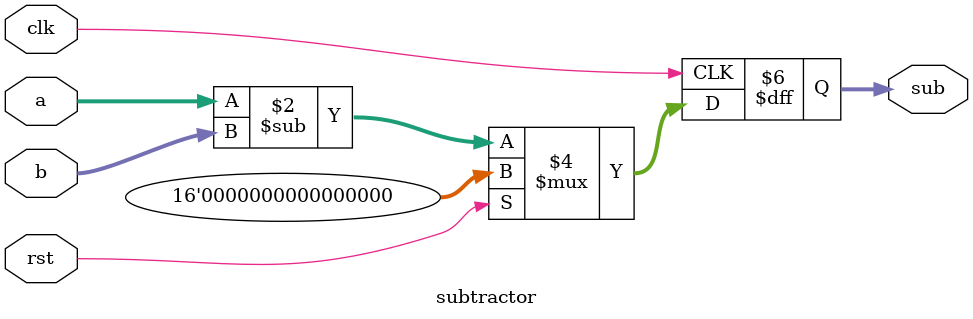
<source format=v>
module subtractor(a,b,clk,rst,sub);
  input [0:15]a;
  input [0:15]b;
  input clk,rst;
  output reg [0:15]sub;
  
  always@(posedge clk)
    begin
      if(rst)
        sub<=16'b0;
      else
        sub<=a-b;
    end
endmodule

</source>
